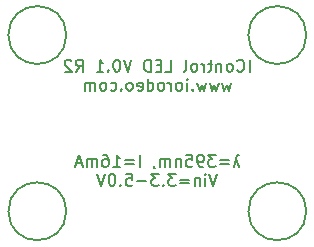
<source format=gbo>
%TF.GenerationSoftware,KiCad,Pcbnew,7.0.8-7.0.8~ubuntu22.04.1*%
%TF.CreationDate,2024-01-30T20:02:00-08:00*%
%TF.ProjectId,395nm_16mA,3339356e-6d5f-4313-966d-412e6b696361,rev?*%
%TF.SameCoordinates,Original*%
%TF.FileFunction,Legend,Bot*%
%TF.FilePolarity,Positive*%
%FSLAX46Y46*%
G04 Gerber Fmt 4.6, Leading zero omitted, Abs format (unit mm)*
G04 Created by KiCad (PCBNEW 7.0.8-7.0.8~ubuntu22.04.1) date 2024-01-30 20:02:00*
%MOMM*%
%LPD*%
G01*
G04 APERTURE LIST*
%ADD10C,0.150000*%
G04 APERTURE END LIST*
D10*
X70509524Y-55634819D02*
X70509524Y-54634819D01*
X69461906Y-55539580D02*
X69509525Y-55587200D01*
X69509525Y-55587200D02*
X69652382Y-55634819D01*
X69652382Y-55634819D02*
X69747620Y-55634819D01*
X69747620Y-55634819D02*
X69890477Y-55587200D01*
X69890477Y-55587200D02*
X69985715Y-55491961D01*
X69985715Y-55491961D02*
X70033334Y-55396723D01*
X70033334Y-55396723D02*
X70080953Y-55206247D01*
X70080953Y-55206247D02*
X70080953Y-55063390D01*
X70080953Y-55063390D02*
X70033334Y-54872914D01*
X70033334Y-54872914D02*
X69985715Y-54777676D01*
X69985715Y-54777676D02*
X69890477Y-54682438D01*
X69890477Y-54682438D02*
X69747620Y-54634819D01*
X69747620Y-54634819D02*
X69652382Y-54634819D01*
X69652382Y-54634819D02*
X69509525Y-54682438D01*
X69509525Y-54682438D02*
X69461906Y-54730057D01*
X68890477Y-55634819D02*
X68985715Y-55587200D01*
X68985715Y-55587200D02*
X69033334Y-55539580D01*
X69033334Y-55539580D02*
X69080953Y-55444342D01*
X69080953Y-55444342D02*
X69080953Y-55158628D01*
X69080953Y-55158628D02*
X69033334Y-55063390D01*
X69033334Y-55063390D02*
X68985715Y-55015771D01*
X68985715Y-55015771D02*
X68890477Y-54968152D01*
X68890477Y-54968152D02*
X68747620Y-54968152D01*
X68747620Y-54968152D02*
X68652382Y-55015771D01*
X68652382Y-55015771D02*
X68604763Y-55063390D01*
X68604763Y-55063390D02*
X68557144Y-55158628D01*
X68557144Y-55158628D02*
X68557144Y-55444342D01*
X68557144Y-55444342D02*
X68604763Y-55539580D01*
X68604763Y-55539580D02*
X68652382Y-55587200D01*
X68652382Y-55587200D02*
X68747620Y-55634819D01*
X68747620Y-55634819D02*
X68890477Y-55634819D01*
X68128572Y-54968152D02*
X68128572Y-55634819D01*
X68128572Y-55063390D02*
X68080953Y-55015771D01*
X68080953Y-55015771D02*
X67985715Y-54968152D01*
X67985715Y-54968152D02*
X67842858Y-54968152D01*
X67842858Y-54968152D02*
X67747620Y-55015771D01*
X67747620Y-55015771D02*
X67700001Y-55111009D01*
X67700001Y-55111009D02*
X67700001Y-55634819D01*
X67366667Y-54968152D02*
X66985715Y-54968152D01*
X67223810Y-54634819D02*
X67223810Y-55491961D01*
X67223810Y-55491961D02*
X67176191Y-55587200D01*
X67176191Y-55587200D02*
X67080953Y-55634819D01*
X67080953Y-55634819D02*
X66985715Y-55634819D01*
X66652381Y-55634819D02*
X66652381Y-54968152D01*
X66652381Y-55158628D02*
X66604762Y-55063390D01*
X66604762Y-55063390D02*
X66557143Y-55015771D01*
X66557143Y-55015771D02*
X66461905Y-54968152D01*
X66461905Y-54968152D02*
X66366667Y-54968152D01*
X65890476Y-55634819D02*
X65985714Y-55587200D01*
X65985714Y-55587200D02*
X66033333Y-55539580D01*
X66033333Y-55539580D02*
X66080952Y-55444342D01*
X66080952Y-55444342D02*
X66080952Y-55158628D01*
X66080952Y-55158628D02*
X66033333Y-55063390D01*
X66033333Y-55063390D02*
X65985714Y-55015771D01*
X65985714Y-55015771D02*
X65890476Y-54968152D01*
X65890476Y-54968152D02*
X65747619Y-54968152D01*
X65747619Y-54968152D02*
X65652381Y-55015771D01*
X65652381Y-55015771D02*
X65604762Y-55063390D01*
X65604762Y-55063390D02*
X65557143Y-55158628D01*
X65557143Y-55158628D02*
X65557143Y-55444342D01*
X65557143Y-55444342D02*
X65604762Y-55539580D01*
X65604762Y-55539580D02*
X65652381Y-55587200D01*
X65652381Y-55587200D02*
X65747619Y-55634819D01*
X65747619Y-55634819D02*
X65890476Y-55634819D01*
X64985714Y-55634819D02*
X65080952Y-55587200D01*
X65080952Y-55587200D02*
X65128571Y-55491961D01*
X65128571Y-55491961D02*
X65128571Y-54634819D01*
X63366666Y-55634819D02*
X63842856Y-55634819D01*
X63842856Y-55634819D02*
X63842856Y-54634819D01*
X63033332Y-55111009D02*
X62699999Y-55111009D01*
X62557142Y-55634819D02*
X63033332Y-55634819D01*
X63033332Y-55634819D02*
X63033332Y-54634819D01*
X63033332Y-54634819D02*
X62557142Y-54634819D01*
X62128570Y-55634819D02*
X62128570Y-54634819D01*
X62128570Y-54634819D02*
X61890475Y-54634819D01*
X61890475Y-54634819D02*
X61747618Y-54682438D01*
X61747618Y-54682438D02*
X61652380Y-54777676D01*
X61652380Y-54777676D02*
X61604761Y-54872914D01*
X61604761Y-54872914D02*
X61557142Y-55063390D01*
X61557142Y-55063390D02*
X61557142Y-55206247D01*
X61557142Y-55206247D02*
X61604761Y-55396723D01*
X61604761Y-55396723D02*
X61652380Y-55491961D01*
X61652380Y-55491961D02*
X61747618Y-55587200D01*
X61747618Y-55587200D02*
X61890475Y-55634819D01*
X61890475Y-55634819D02*
X62128570Y-55634819D01*
X60509522Y-54634819D02*
X60176189Y-55634819D01*
X60176189Y-55634819D02*
X59842856Y-54634819D01*
X59319046Y-54634819D02*
X59223808Y-54634819D01*
X59223808Y-54634819D02*
X59128570Y-54682438D01*
X59128570Y-54682438D02*
X59080951Y-54730057D01*
X59080951Y-54730057D02*
X59033332Y-54825295D01*
X59033332Y-54825295D02*
X58985713Y-55015771D01*
X58985713Y-55015771D02*
X58985713Y-55253866D01*
X58985713Y-55253866D02*
X59033332Y-55444342D01*
X59033332Y-55444342D02*
X59080951Y-55539580D01*
X59080951Y-55539580D02*
X59128570Y-55587200D01*
X59128570Y-55587200D02*
X59223808Y-55634819D01*
X59223808Y-55634819D02*
X59319046Y-55634819D01*
X59319046Y-55634819D02*
X59414284Y-55587200D01*
X59414284Y-55587200D02*
X59461903Y-55539580D01*
X59461903Y-55539580D02*
X59509522Y-55444342D01*
X59509522Y-55444342D02*
X59557141Y-55253866D01*
X59557141Y-55253866D02*
X59557141Y-55015771D01*
X59557141Y-55015771D02*
X59509522Y-54825295D01*
X59509522Y-54825295D02*
X59461903Y-54730057D01*
X59461903Y-54730057D02*
X59414284Y-54682438D01*
X59414284Y-54682438D02*
X59319046Y-54634819D01*
X58557141Y-55539580D02*
X58509522Y-55587200D01*
X58509522Y-55587200D02*
X58557141Y-55634819D01*
X58557141Y-55634819D02*
X58604760Y-55587200D01*
X58604760Y-55587200D02*
X58557141Y-55539580D01*
X58557141Y-55539580D02*
X58557141Y-55634819D01*
X57557142Y-55634819D02*
X58128570Y-55634819D01*
X57842856Y-55634819D02*
X57842856Y-54634819D01*
X57842856Y-54634819D02*
X57938094Y-54777676D01*
X57938094Y-54777676D02*
X58033332Y-54872914D01*
X58033332Y-54872914D02*
X58128570Y-54920533D01*
X55795237Y-55634819D02*
X56128570Y-55158628D01*
X56366665Y-55634819D02*
X56366665Y-54634819D01*
X56366665Y-54634819D02*
X55985713Y-54634819D01*
X55985713Y-54634819D02*
X55890475Y-54682438D01*
X55890475Y-54682438D02*
X55842856Y-54730057D01*
X55842856Y-54730057D02*
X55795237Y-54825295D01*
X55795237Y-54825295D02*
X55795237Y-54968152D01*
X55795237Y-54968152D02*
X55842856Y-55063390D01*
X55842856Y-55063390D02*
X55890475Y-55111009D01*
X55890475Y-55111009D02*
X55985713Y-55158628D01*
X55985713Y-55158628D02*
X56366665Y-55158628D01*
X55414284Y-54730057D02*
X55366665Y-54682438D01*
X55366665Y-54682438D02*
X55271427Y-54634819D01*
X55271427Y-54634819D02*
X55033332Y-54634819D01*
X55033332Y-54634819D02*
X54938094Y-54682438D01*
X54938094Y-54682438D02*
X54890475Y-54730057D01*
X54890475Y-54730057D02*
X54842856Y-54825295D01*
X54842856Y-54825295D02*
X54842856Y-54920533D01*
X54842856Y-54920533D02*
X54890475Y-55063390D01*
X54890475Y-55063390D02*
X55461903Y-55634819D01*
X55461903Y-55634819D02*
X54842856Y-55634819D01*
X68938094Y-56578152D02*
X68747618Y-57244819D01*
X68747618Y-57244819D02*
X68557142Y-56768628D01*
X68557142Y-56768628D02*
X68366666Y-57244819D01*
X68366666Y-57244819D02*
X68176190Y-56578152D01*
X67890475Y-56578152D02*
X67699999Y-57244819D01*
X67699999Y-57244819D02*
X67509523Y-56768628D01*
X67509523Y-56768628D02*
X67319047Y-57244819D01*
X67319047Y-57244819D02*
X67128571Y-56578152D01*
X66842856Y-56578152D02*
X66652380Y-57244819D01*
X66652380Y-57244819D02*
X66461904Y-56768628D01*
X66461904Y-56768628D02*
X66271428Y-57244819D01*
X66271428Y-57244819D02*
X66080952Y-56578152D01*
X65699999Y-57149580D02*
X65652380Y-57197200D01*
X65652380Y-57197200D02*
X65699999Y-57244819D01*
X65699999Y-57244819D02*
X65747618Y-57197200D01*
X65747618Y-57197200D02*
X65699999Y-57149580D01*
X65699999Y-57149580D02*
X65699999Y-57244819D01*
X65223809Y-57244819D02*
X65223809Y-56578152D01*
X65223809Y-56244819D02*
X65271428Y-56292438D01*
X65271428Y-56292438D02*
X65223809Y-56340057D01*
X65223809Y-56340057D02*
X65176190Y-56292438D01*
X65176190Y-56292438D02*
X65223809Y-56244819D01*
X65223809Y-56244819D02*
X65223809Y-56340057D01*
X64604762Y-57244819D02*
X64700000Y-57197200D01*
X64700000Y-57197200D02*
X64747619Y-57149580D01*
X64747619Y-57149580D02*
X64795238Y-57054342D01*
X64795238Y-57054342D02*
X64795238Y-56768628D01*
X64795238Y-56768628D02*
X64747619Y-56673390D01*
X64747619Y-56673390D02*
X64700000Y-56625771D01*
X64700000Y-56625771D02*
X64604762Y-56578152D01*
X64604762Y-56578152D02*
X64461905Y-56578152D01*
X64461905Y-56578152D02*
X64366667Y-56625771D01*
X64366667Y-56625771D02*
X64319048Y-56673390D01*
X64319048Y-56673390D02*
X64271429Y-56768628D01*
X64271429Y-56768628D02*
X64271429Y-57054342D01*
X64271429Y-57054342D02*
X64319048Y-57149580D01*
X64319048Y-57149580D02*
X64366667Y-57197200D01*
X64366667Y-57197200D02*
X64461905Y-57244819D01*
X64461905Y-57244819D02*
X64604762Y-57244819D01*
X63842857Y-57244819D02*
X63842857Y-56578152D01*
X63842857Y-56768628D02*
X63795238Y-56673390D01*
X63795238Y-56673390D02*
X63747619Y-56625771D01*
X63747619Y-56625771D02*
X63652381Y-56578152D01*
X63652381Y-56578152D02*
X63557143Y-56578152D01*
X63080952Y-57244819D02*
X63176190Y-57197200D01*
X63176190Y-57197200D02*
X63223809Y-57149580D01*
X63223809Y-57149580D02*
X63271428Y-57054342D01*
X63271428Y-57054342D02*
X63271428Y-56768628D01*
X63271428Y-56768628D02*
X63223809Y-56673390D01*
X63223809Y-56673390D02*
X63176190Y-56625771D01*
X63176190Y-56625771D02*
X63080952Y-56578152D01*
X63080952Y-56578152D02*
X62938095Y-56578152D01*
X62938095Y-56578152D02*
X62842857Y-56625771D01*
X62842857Y-56625771D02*
X62795238Y-56673390D01*
X62795238Y-56673390D02*
X62747619Y-56768628D01*
X62747619Y-56768628D02*
X62747619Y-57054342D01*
X62747619Y-57054342D02*
X62795238Y-57149580D01*
X62795238Y-57149580D02*
X62842857Y-57197200D01*
X62842857Y-57197200D02*
X62938095Y-57244819D01*
X62938095Y-57244819D02*
X63080952Y-57244819D01*
X61890476Y-57244819D02*
X61890476Y-56244819D01*
X61890476Y-57197200D02*
X61985714Y-57244819D01*
X61985714Y-57244819D02*
X62176190Y-57244819D01*
X62176190Y-57244819D02*
X62271428Y-57197200D01*
X62271428Y-57197200D02*
X62319047Y-57149580D01*
X62319047Y-57149580D02*
X62366666Y-57054342D01*
X62366666Y-57054342D02*
X62366666Y-56768628D01*
X62366666Y-56768628D02*
X62319047Y-56673390D01*
X62319047Y-56673390D02*
X62271428Y-56625771D01*
X62271428Y-56625771D02*
X62176190Y-56578152D01*
X62176190Y-56578152D02*
X61985714Y-56578152D01*
X61985714Y-56578152D02*
X61890476Y-56625771D01*
X61033333Y-57197200D02*
X61128571Y-57244819D01*
X61128571Y-57244819D02*
X61319047Y-57244819D01*
X61319047Y-57244819D02*
X61414285Y-57197200D01*
X61414285Y-57197200D02*
X61461904Y-57101961D01*
X61461904Y-57101961D02*
X61461904Y-56721009D01*
X61461904Y-56721009D02*
X61414285Y-56625771D01*
X61414285Y-56625771D02*
X61319047Y-56578152D01*
X61319047Y-56578152D02*
X61128571Y-56578152D01*
X61128571Y-56578152D02*
X61033333Y-56625771D01*
X61033333Y-56625771D02*
X60985714Y-56721009D01*
X60985714Y-56721009D02*
X60985714Y-56816247D01*
X60985714Y-56816247D02*
X61461904Y-56911485D01*
X60414285Y-57244819D02*
X60509523Y-57197200D01*
X60509523Y-57197200D02*
X60557142Y-57149580D01*
X60557142Y-57149580D02*
X60604761Y-57054342D01*
X60604761Y-57054342D02*
X60604761Y-56768628D01*
X60604761Y-56768628D02*
X60557142Y-56673390D01*
X60557142Y-56673390D02*
X60509523Y-56625771D01*
X60509523Y-56625771D02*
X60414285Y-56578152D01*
X60414285Y-56578152D02*
X60271428Y-56578152D01*
X60271428Y-56578152D02*
X60176190Y-56625771D01*
X60176190Y-56625771D02*
X60128571Y-56673390D01*
X60128571Y-56673390D02*
X60080952Y-56768628D01*
X60080952Y-56768628D02*
X60080952Y-57054342D01*
X60080952Y-57054342D02*
X60128571Y-57149580D01*
X60128571Y-57149580D02*
X60176190Y-57197200D01*
X60176190Y-57197200D02*
X60271428Y-57244819D01*
X60271428Y-57244819D02*
X60414285Y-57244819D01*
X59652380Y-57149580D02*
X59604761Y-57197200D01*
X59604761Y-57197200D02*
X59652380Y-57244819D01*
X59652380Y-57244819D02*
X59699999Y-57197200D01*
X59699999Y-57197200D02*
X59652380Y-57149580D01*
X59652380Y-57149580D02*
X59652380Y-57244819D01*
X58747619Y-57197200D02*
X58842857Y-57244819D01*
X58842857Y-57244819D02*
X59033333Y-57244819D01*
X59033333Y-57244819D02*
X59128571Y-57197200D01*
X59128571Y-57197200D02*
X59176190Y-57149580D01*
X59176190Y-57149580D02*
X59223809Y-57054342D01*
X59223809Y-57054342D02*
X59223809Y-56768628D01*
X59223809Y-56768628D02*
X59176190Y-56673390D01*
X59176190Y-56673390D02*
X59128571Y-56625771D01*
X59128571Y-56625771D02*
X59033333Y-56578152D01*
X59033333Y-56578152D02*
X58842857Y-56578152D01*
X58842857Y-56578152D02*
X58747619Y-56625771D01*
X58176190Y-57244819D02*
X58271428Y-57197200D01*
X58271428Y-57197200D02*
X58319047Y-57149580D01*
X58319047Y-57149580D02*
X58366666Y-57054342D01*
X58366666Y-57054342D02*
X58366666Y-56768628D01*
X58366666Y-56768628D02*
X58319047Y-56673390D01*
X58319047Y-56673390D02*
X58271428Y-56625771D01*
X58271428Y-56625771D02*
X58176190Y-56578152D01*
X58176190Y-56578152D02*
X58033333Y-56578152D01*
X58033333Y-56578152D02*
X57938095Y-56625771D01*
X57938095Y-56625771D02*
X57890476Y-56673390D01*
X57890476Y-56673390D02*
X57842857Y-56768628D01*
X57842857Y-56768628D02*
X57842857Y-57054342D01*
X57842857Y-57054342D02*
X57890476Y-57149580D01*
X57890476Y-57149580D02*
X57938095Y-57197200D01*
X57938095Y-57197200D02*
X58033333Y-57244819D01*
X58033333Y-57244819D02*
X58176190Y-57244819D01*
X57414285Y-57244819D02*
X57414285Y-56578152D01*
X57414285Y-56673390D02*
X57366666Y-56625771D01*
X57366666Y-56625771D02*
X57271428Y-56578152D01*
X57271428Y-56578152D02*
X57128571Y-56578152D01*
X57128571Y-56578152D02*
X57033333Y-56625771D01*
X57033333Y-56625771D02*
X56985714Y-56721009D01*
X56985714Y-56721009D02*
X56985714Y-57244819D01*
X56985714Y-56721009D02*
X56938095Y-56625771D01*
X56938095Y-56625771D02*
X56842857Y-56578152D01*
X56842857Y-56578152D02*
X56700000Y-56578152D01*
X56700000Y-56578152D02*
X56604761Y-56625771D01*
X56604761Y-56625771D02*
X56557142Y-56721009D01*
X56557142Y-56721009D02*
X56557142Y-57244819D01*
X69390475Y-63018152D02*
X69628570Y-63684819D01*
X69628570Y-62684819D02*
X69533332Y-62684819D01*
X69533332Y-62684819D02*
X69485713Y-62732438D01*
X69485713Y-62732438D02*
X69390475Y-63018152D01*
X69390475Y-63018152D02*
X69152380Y-63684819D01*
X68771427Y-63161009D02*
X68009523Y-63161009D01*
X68009523Y-63446723D02*
X68771427Y-63446723D01*
X67628570Y-62684819D02*
X67009523Y-62684819D01*
X67009523Y-62684819D02*
X67342856Y-63065771D01*
X67342856Y-63065771D02*
X67199999Y-63065771D01*
X67199999Y-63065771D02*
X67104761Y-63113390D01*
X67104761Y-63113390D02*
X67057142Y-63161009D01*
X67057142Y-63161009D02*
X67009523Y-63256247D01*
X67009523Y-63256247D02*
X67009523Y-63494342D01*
X67009523Y-63494342D02*
X67057142Y-63589580D01*
X67057142Y-63589580D02*
X67104761Y-63637200D01*
X67104761Y-63637200D02*
X67199999Y-63684819D01*
X67199999Y-63684819D02*
X67485713Y-63684819D01*
X67485713Y-63684819D02*
X67580951Y-63637200D01*
X67580951Y-63637200D02*
X67628570Y-63589580D01*
X66533332Y-63684819D02*
X66342856Y-63684819D01*
X66342856Y-63684819D02*
X66247618Y-63637200D01*
X66247618Y-63637200D02*
X66199999Y-63589580D01*
X66199999Y-63589580D02*
X66104761Y-63446723D01*
X66104761Y-63446723D02*
X66057142Y-63256247D01*
X66057142Y-63256247D02*
X66057142Y-62875295D01*
X66057142Y-62875295D02*
X66104761Y-62780057D01*
X66104761Y-62780057D02*
X66152380Y-62732438D01*
X66152380Y-62732438D02*
X66247618Y-62684819D01*
X66247618Y-62684819D02*
X66438094Y-62684819D01*
X66438094Y-62684819D02*
X66533332Y-62732438D01*
X66533332Y-62732438D02*
X66580951Y-62780057D01*
X66580951Y-62780057D02*
X66628570Y-62875295D01*
X66628570Y-62875295D02*
X66628570Y-63113390D01*
X66628570Y-63113390D02*
X66580951Y-63208628D01*
X66580951Y-63208628D02*
X66533332Y-63256247D01*
X66533332Y-63256247D02*
X66438094Y-63303866D01*
X66438094Y-63303866D02*
X66247618Y-63303866D01*
X66247618Y-63303866D02*
X66152380Y-63256247D01*
X66152380Y-63256247D02*
X66104761Y-63208628D01*
X66104761Y-63208628D02*
X66057142Y-63113390D01*
X65152380Y-62684819D02*
X65628570Y-62684819D01*
X65628570Y-62684819D02*
X65676189Y-63161009D01*
X65676189Y-63161009D02*
X65628570Y-63113390D01*
X65628570Y-63113390D02*
X65533332Y-63065771D01*
X65533332Y-63065771D02*
X65295237Y-63065771D01*
X65295237Y-63065771D02*
X65199999Y-63113390D01*
X65199999Y-63113390D02*
X65152380Y-63161009D01*
X65152380Y-63161009D02*
X65104761Y-63256247D01*
X65104761Y-63256247D02*
X65104761Y-63494342D01*
X65104761Y-63494342D02*
X65152380Y-63589580D01*
X65152380Y-63589580D02*
X65199999Y-63637200D01*
X65199999Y-63637200D02*
X65295237Y-63684819D01*
X65295237Y-63684819D02*
X65533332Y-63684819D01*
X65533332Y-63684819D02*
X65628570Y-63637200D01*
X65628570Y-63637200D02*
X65676189Y-63589580D01*
X64676189Y-63018152D02*
X64676189Y-63684819D01*
X64676189Y-63113390D02*
X64628570Y-63065771D01*
X64628570Y-63065771D02*
X64533332Y-63018152D01*
X64533332Y-63018152D02*
X64390475Y-63018152D01*
X64390475Y-63018152D02*
X64295237Y-63065771D01*
X64295237Y-63065771D02*
X64247618Y-63161009D01*
X64247618Y-63161009D02*
X64247618Y-63684819D01*
X63771427Y-63684819D02*
X63771427Y-63018152D01*
X63771427Y-63113390D02*
X63723808Y-63065771D01*
X63723808Y-63065771D02*
X63628570Y-63018152D01*
X63628570Y-63018152D02*
X63485713Y-63018152D01*
X63485713Y-63018152D02*
X63390475Y-63065771D01*
X63390475Y-63065771D02*
X63342856Y-63161009D01*
X63342856Y-63161009D02*
X63342856Y-63684819D01*
X63342856Y-63161009D02*
X63295237Y-63065771D01*
X63295237Y-63065771D02*
X63199999Y-63018152D01*
X63199999Y-63018152D02*
X63057142Y-63018152D01*
X63057142Y-63018152D02*
X62961903Y-63065771D01*
X62961903Y-63065771D02*
X62914284Y-63161009D01*
X62914284Y-63161009D02*
X62914284Y-63684819D01*
X62390475Y-63637200D02*
X62390475Y-63684819D01*
X62390475Y-63684819D02*
X62438094Y-63780057D01*
X62438094Y-63780057D02*
X62485713Y-63827676D01*
X61199999Y-63684819D02*
X61199999Y-62684819D01*
X60723809Y-63161009D02*
X59961905Y-63161009D01*
X59961905Y-63446723D02*
X60723809Y-63446723D01*
X58961905Y-63684819D02*
X59533333Y-63684819D01*
X59247619Y-63684819D02*
X59247619Y-62684819D01*
X59247619Y-62684819D02*
X59342857Y-62827676D01*
X59342857Y-62827676D02*
X59438095Y-62922914D01*
X59438095Y-62922914D02*
X59533333Y-62970533D01*
X58104762Y-62684819D02*
X58295238Y-62684819D01*
X58295238Y-62684819D02*
X58390476Y-62732438D01*
X58390476Y-62732438D02*
X58438095Y-62780057D01*
X58438095Y-62780057D02*
X58533333Y-62922914D01*
X58533333Y-62922914D02*
X58580952Y-63113390D01*
X58580952Y-63113390D02*
X58580952Y-63494342D01*
X58580952Y-63494342D02*
X58533333Y-63589580D01*
X58533333Y-63589580D02*
X58485714Y-63637200D01*
X58485714Y-63637200D02*
X58390476Y-63684819D01*
X58390476Y-63684819D02*
X58200000Y-63684819D01*
X58200000Y-63684819D02*
X58104762Y-63637200D01*
X58104762Y-63637200D02*
X58057143Y-63589580D01*
X58057143Y-63589580D02*
X58009524Y-63494342D01*
X58009524Y-63494342D02*
X58009524Y-63256247D01*
X58009524Y-63256247D02*
X58057143Y-63161009D01*
X58057143Y-63161009D02*
X58104762Y-63113390D01*
X58104762Y-63113390D02*
X58200000Y-63065771D01*
X58200000Y-63065771D02*
X58390476Y-63065771D01*
X58390476Y-63065771D02*
X58485714Y-63113390D01*
X58485714Y-63113390D02*
X58533333Y-63161009D01*
X58533333Y-63161009D02*
X58580952Y-63256247D01*
X57580952Y-63684819D02*
X57580952Y-63018152D01*
X57580952Y-63113390D02*
X57533333Y-63065771D01*
X57533333Y-63065771D02*
X57438095Y-63018152D01*
X57438095Y-63018152D02*
X57295238Y-63018152D01*
X57295238Y-63018152D02*
X57200000Y-63065771D01*
X57200000Y-63065771D02*
X57152381Y-63161009D01*
X57152381Y-63161009D02*
X57152381Y-63684819D01*
X57152381Y-63161009D02*
X57104762Y-63065771D01*
X57104762Y-63065771D02*
X57009524Y-63018152D01*
X57009524Y-63018152D02*
X56866667Y-63018152D01*
X56866667Y-63018152D02*
X56771428Y-63065771D01*
X56771428Y-63065771D02*
X56723809Y-63161009D01*
X56723809Y-63161009D02*
X56723809Y-63684819D01*
X56295238Y-63399104D02*
X55819048Y-63399104D01*
X56390476Y-63684819D02*
X56057143Y-62684819D01*
X56057143Y-62684819D02*
X55723810Y-63684819D01*
X67771427Y-64294819D02*
X67438094Y-65294819D01*
X67438094Y-65294819D02*
X67104761Y-64294819D01*
X66771427Y-65294819D02*
X66771427Y-64628152D01*
X66771427Y-64294819D02*
X66819046Y-64342438D01*
X66819046Y-64342438D02*
X66771427Y-64390057D01*
X66771427Y-64390057D02*
X66723808Y-64342438D01*
X66723808Y-64342438D02*
X66771427Y-64294819D01*
X66771427Y-64294819D02*
X66771427Y-64390057D01*
X66295237Y-64628152D02*
X66295237Y-65294819D01*
X66295237Y-64723390D02*
X66247618Y-64675771D01*
X66247618Y-64675771D02*
X66152380Y-64628152D01*
X66152380Y-64628152D02*
X66009523Y-64628152D01*
X66009523Y-64628152D02*
X65914285Y-64675771D01*
X65914285Y-64675771D02*
X65866666Y-64771009D01*
X65866666Y-64771009D02*
X65866666Y-65294819D01*
X65390475Y-64771009D02*
X64628571Y-64771009D01*
X64628571Y-65056723D02*
X65390475Y-65056723D01*
X64247618Y-64294819D02*
X63628571Y-64294819D01*
X63628571Y-64294819D02*
X63961904Y-64675771D01*
X63961904Y-64675771D02*
X63819047Y-64675771D01*
X63819047Y-64675771D02*
X63723809Y-64723390D01*
X63723809Y-64723390D02*
X63676190Y-64771009D01*
X63676190Y-64771009D02*
X63628571Y-64866247D01*
X63628571Y-64866247D02*
X63628571Y-65104342D01*
X63628571Y-65104342D02*
X63676190Y-65199580D01*
X63676190Y-65199580D02*
X63723809Y-65247200D01*
X63723809Y-65247200D02*
X63819047Y-65294819D01*
X63819047Y-65294819D02*
X64104761Y-65294819D01*
X64104761Y-65294819D02*
X64199999Y-65247200D01*
X64199999Y-65247200D02*
X64247618Y-65199580D01*
X63199999Y-65199580D02*
X63152380Y-65247200D01*
X63152380Y-65247200D02*
X63199999Y-65294819D01*
X63199999Y-65294819D02*
X63247618Y-65247200D01*
X63247618Y-65247200D02*
X63199999Y-65199580D01*
X63199999Y-65199580D02*
X63199999Y-65294819D01*
X62819047Y-64294819D02*
X62200000Y-64294819D01*
X62200000Y-64294819D02*
X62533333Y-64675771D01*
X62533333Y-64675771D02*
X62390476Y-64675771D01*
X62390476Y-64675771D02*
X62295238Y-64723390D01*
X62295238Y-64723390D02*
X62247619Y-64771009D01*
X62247619Y-64771009D02*
X62200000Y-64866247D01*
X62200000Y-64866247D02*
X62200000Y-65104342D01*
X62200000Y-65104342D02*
X62247619Y-65199580D01*
X62247619Y-65199580D02*
X62295238Y-65247200D01*
X62295238Y-65247200D02*
X62390476Y-65294819D01*
X62390476Y-65294819D02*
X62676190Y-65294819D01*
X62676190Y-65294819D02*
X62771428Y-65247200D01*
X62771428Y-65247200D02*
X62819047Y-65199580D01*
X61771428Y-64913866D02*
X61009524Y-64913866D01*
X60057143Y-64294819D02*
X60533333Y-64294819D01*
X60533333Y-64294819D02*
X60580952Y-64771009D01*
X60580952Y-64771009D02*
X60533333Y-64723390D01*
X60533333Y-64723390D02*
X60438095Y-64675771D01*
X60438095Y-64675771D02*
X60200000Y-64675771D01*
X60200000Y-64675771D02*
X60104762Y-64723390D01*
X60104762Y-64723390D02*
X60057143Y-64771009D01*
X60057143Y-64771009D02*
X60009524Y-64866247D01*
X60009524Y-64866247D02*
X60009524Y-65104342D01*
X60009524Y-65104342D02*
X60057143Y-65199580D01*
X60057143Y-65199580D02*
X60104762Y-65247200D01*
X60104762Y-65247200D02*
X60200000Y-65294819D01*
X60200000Y-65294819D02*
X60438095Y-65294819D01*
X60438095Y-65294819D02*
X60533333Y-65247200D01*
X60533333Y-65247200D02*
X60580952Y-65199580D01*
X59580952Y-65199580D02*
X59533333Y-65247200D01*
X59533333Y-65247200D02*
X59580952Y-65294819D01*
X59580952Y-65294819D02*
X59628571Y-65247200D01*
X59628571Y-65247200D02*
X59580952Y-65199580D01*
X59580952Y-65199580D02*
X59580952Y-65294819D01*
X58914286Y-64294819D02*
X58819048Y-64294819D01*
X58819048Y-64294819D02*
X58723810Y-64342438D01*
X58723810Y-64342438D02*
X58676191Y-64390057D01*
X58676191Y-64390057D02*
X58628572Y-64485295D01*
X58628572Y-64485295D02*
X58580953Y-64675771D01*
X58580953Y-64675771D02*
X58580953Y-64913866D01*
X58580953Y-64913866D02*
X58628572Y-65104342D01*
X58628572Y-65104342D02*
X58676191Y-65199580D01*
X58676191Y-65199580D02*
X58723810Y-65247200D01*
X58723810Y-65247200D02*
X58819048Y-65294819D01*
X58819048Y-65294819D02*
X58914286Y-65294819D01*
X58914286Y-65294819D02*
X59009524Y-65247200D01*
X59009524Y-65247200D02*
X59057143Y-65199580D01*
X59057143Y-65199580D02*
X59104762Y-65104342D01*
X59104762Y-65104342D02*
X59152381Y-64913866D01*
X59152381Y-64913866D02*
X59152381Y-64675771D01*
X59152381Y-64675771D02*
X59104762Y-64485295D01*
X59104762Y-64485295D02*
X59057143Y-64390057D01*
X59057143Y-64390057D02*
X59009524Y-64342438D01*
X59009524Y-64342438D02*
X58914286Y-64294819D01*
X58295238Y-64294819D02*
X57961905Y-65294819D01*
X57961905Y-65294819D02*
X57628572Y-64294819D01*
%TO.C,M1*%
X54990000Y-52540000D02*
G75*
G03*
X54990000Y-52540000I-2450000J0D01*
G01*
%TO.C,M2*%
X75310000Y-52540000D02*
G75*
G03*
X75310000Y-52540000I-2450000J0D01*
G01*
%TO.C,M3*%
X75310000Y-67460000D02*
G75*
G03*
X75310000Y-67460000I-2450000J0D01*
G01*
%TO.C,M4*%
X54990000Y-67460000D02*
G75*
G03*
X54990000Y-67460000I-2450000J0D01*
G01*
%TD*%
M02*

</source>
